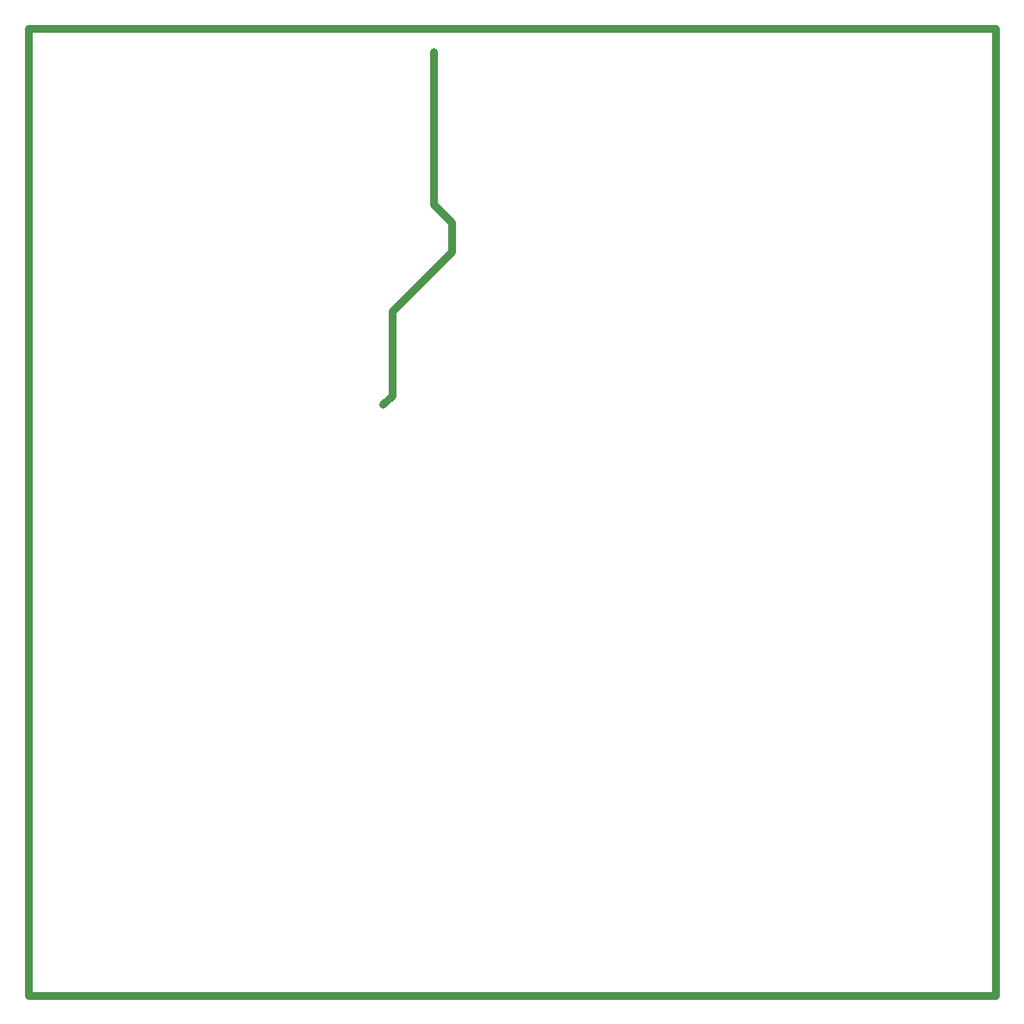
<source format=gm1>
G04*
G04 #@! TF.GenerationSoftware,Altium Limited,Altium Designer,20.0.13 (296)*
G04*
G04 Layer_Color=16711935*
%FSLAX25Y25*%
%MOIN*%
G70*
G01*
G75*
%ADD49C,0.03150*%
D49*
X0Y0D02*
X374016D01*
Y374016D01*
X0D02*
X374016D01*
X0Y0D02*
Y374016D01*
X137000Y228500D02*
X140500Y232000D01*
Y264500D01*
X163500Y287500D01*
Y299000D01*
X156500Y306000D02*
X163500Y299000D01*
X156500Y306000D02*
Y365000D01*
M02*

</source>
